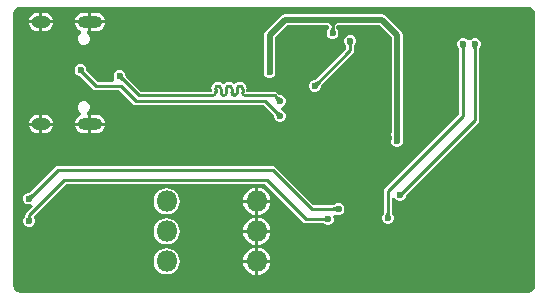
<source format=gbl>
G04*
G04 #@! TF.GenerationSoftware,Altium Limited,Altium Designer,22.6.1 (34)*
G04*
G04 Layer_Physical_Order=2*
G04 Layer_Color=15238730*
%FSLAX44Y44*%
%MOMM*%
G71*
G04*
G04 #@! TF.SameCoordinates,64BB26C1-36A9-42FA-8A83-9A0FAFC5C5BC*
G04*
G04*
G04 #@! TF.FilePolarity,Positive*
G04*
G01*
G75*
%ADD11C,0.2540*%
%ADD42C,0.5080*%
%ADD43O,1.8000X1.8000*%
%ADD44O,2.1000X1.0000*%
%ADD45O,1.6000X1.0000*%
%ADD46C,0.6000*%
G36*
X442366Y245711D02*
X444371Y244371D01*
X445711Y242366D01*
X446149Y240167D01*
X446115Y240000D01*
Y12032D01*
X446115Y12025D01*
X446115Y10000D01*
X445803Y8097D01*
X445711Y7634D01*
X444371Y5629D01*
X442365Y4289D01*
X440167Y3851D01*
X440000Y3885D01*
X12032Y3885D01*
X11987Y3885D01*
X10000Y3885D01*
X8097Y4197D01*
X7634Y4289D01*
X5629Y5629D01*
X4289Y7634D01*
X3851Y9833D01*
X3885Y10000D01*
Y240000D01*
X3851Y240167D01*
X4289Y242366D01*
X5629Y244371D01*
X7634Y245711D01*
X9833Y246149D01*
X10000Y246115D01*
X440000D01*
X440167Y246149D01*
X442366Y245711D01*
D02*
G37*
%LPC*%
G36*
X30360Y240805D02*
X28630D01*
Y234470D01*
X37798D01*
X37706Y235168D01*
X36946Y237003D01*
X35738Y238578D01*
X34162Y239786D01*
X32328Y240546D01*
X30360Y240805D01*
D02*
G37*
G36*
X74360Y240805D02*
X70130D01*
Y234470D01*
X81798D01*
X81706Y235168D01*
X80946Y237003D01*
X79738Y238578D01*
X78163Y239786D01*
X76329Y240546D01*
X74360Y240805D01*
D02*
G37*
G36*
X26090Y240805D02*
X24360D01*
X22392Y240546D01*
X20557Y239786D01*
X18982Y238578D01*
X17774Y237003D01*
X17014Y235168D01*
X16922Y234470D01*
X26090D01*
Y240805D01*
D02*
G37*
G36*
X67590Y240805D02*
X63360D01*
X61392Y240546D01*
X59558Y239786D01*
X57983Y238578D01*
X56774Y237003D01*
X56014Y235168D01*
X55922Y234470D01*
X67590D01*
Y240805D01*
D02*
G37*
G36*
X37798Y231930D02*
X28630D01*
Y225595D01*
X30360D01*
X32328Y225854D01*
X34162Y226614D01*
X35738Y227822D01*
X36946Y229398D01*
X37706Y231232D01*
X37798Y231930D01*
D02*
G37*
G36*
X26090D02*
X16922D01*
X17014Y231232D01*
X17774Y229398D01*
X18982Y227822D01*
X20557Y226614D01*
X22392Y225854D01*
X24360Y225595D01*
X26090D01*
Y231930D01*
D02*
G37*
G36*
X81798D02*
X70130D01*
Y225595D01*
X74360D01*
X76329Y225854D01*
X78163Y226614D01*
X79738Y227822D01*
X80946Y229398D01*
X81706Y231232D01*
X81798Y231930D01*
D02*
G37*
G36*
X395971Y219662D02*
X393969D01*
X392120Y218896D01*
X391221Y217997D01*
X389970Y217672D01*
X388719Y217997D01*
X387820Y218896D01*
X385971Y219662D01*
X383969D01*
X382120Y218896D01*
X380704Y217480D01*
X379938Y215631D01*
Y213629D01*
X380704Y211780D01*
X381264Y211219D01*
X381350Y211079D01*
X381440Y210982D01*
X381461Y210955D01*
X381484Y210918D01*
X381509Y210869D01*
X381535Y210802D01*
X381562Y210713D01*
X381587Y210601D01*
X381603Y210497D01*
Y155225D01*
X318929Y92551D01*
X318200Y91458D01*
X317943Y90170D01*
Y71444D01*
X317928Y71339D01*
X317903Y71227D01*
X317875Y71138D01*
X317849Y71071D01*
X317824Y71022D01*
X317801Y70985D01*
X317780Y70958D01*
X317690Y70861D01*
X317604Y70721D01*
X317044Y70160D01*
X316278Y68311D01*
Y66309D01*
X317044Y64460D01*
X318460Y63044D01*
X320309Y62278D01*
X322311D01*
X324160Y63044D01*
X325576Y64460D01*
X326342Y66309D01*
Y68311D01*
X325576Y70160D01*
X325016Y70721D01*
X324930Y70861D01*
X324840Y70958D01*
X324819Y70985D01*
X324796Y71022D01*
X324771Y71071D01*
X324744Y71138D01*
X324717Y71227D01*
X324692Y71339D01*
X324677Y71444D01*
Y84301D01*
X326709Y84706D01*
X327204Y83510D01*
X328620Y82094D01*
X330469Y81328D01*
X332471D01*
X334320Y82094D01*
X335736Y83510D01*
X336502Y85359D01*
Y86151D01*
X336540Y86311D01*
X336545Y86443D01*
X336550Y86478D01*
X336559Y86519D01*
X336577Y86572D01*
X336606Y86638D01*
X336649Y86720D01*
X336711Y86817D01*
X336773Y86902D01*
X397351Y147479D01*
X398080Y148572D01*
X398337Y149860D01*
Y210497D01*
X398352Y210601D01*
X398377Y210713D01*
X398405Y210802D01*
X398431Y210869D01*
X398456Y210918D01*
X398479Y210955D01*
X398500Y210982D01*
X398590Y211080D01*
X398676Y211219D01*
X399236Y211780D01*
X400002Y213629D01*
Y215631D01*
X399236Y217480D01*
X397820Y218896D01*
X395971Y219662D01*
D02*
G37*
G36*
X67590Y231930D02*
X55922D01*
X56014Y231232D01*
X56774Y229398D01*
X57983Y227822D01*
X59558Y226614D01*
X61392Y225854D01*
X61509Y225839D01*
X61784Y223753D01*
X60870Y223375D01*
X59385Y221890D01*
X58582Y219950D01*
Y217850D01*
X59385Y215910D01*
X60870Y214426D01*
X62810Y213622D01*
X64910D01*
X66850Y214426D01*
X68334Y215910D01*
X69138Y217850D01*
Y219950D01*
X68334Y221890D01*
X66850Y223375D01*
X66395Y223563D01*
X66799Y225595D01*
X67590D01*
Y231930D01*
D02*
G37*
G36*
X290403Y222202D02*
X288401D01*
X286552Y221436D01*
X285136Y220020D01*
X284370Y218171D01*
Y216169D01*
X285136Y214320D01*
X285696Y213759D01*
X285782Y213619D01*
X285872Y213522D01*
X285893Y213495D01*
X285916Y213458D01*
X285941Y213409D01*
X285968Y213342D01*
X285994Y213253D01*
X286019Y213141D01*
X286035Y213036D01*
Y210629D01*
X259780Y184373D01*
X259695Y184311D01*
X259598Y184249D01*
X259517Y184206D01*
X259450Y184177D01*
X259397Y184160D01*
X259356Y184150D01*
X259321Y184145D01*
X259189Y184140D01*
X259029Y184102D01*
X258237D01*
X256388Y183336D01*
X254972Y181920D01*
X254206Y180071D01*
Y178069D01*
X254972Y176220D01*
X256388Y174804D01*
X258237Y174038D01*
X260239D01*
X262088Y174804D01*
X263504Y176220D01*
X264270Y178069D01*
Y178861D01*
X264308Y179021D01*
X264313Y179153D01*
X264318Y179188D01*
X264328Y179230D01*
X264345Y179282D01*
X264374Y179349D01*
X264417Y179430D01*
X264479Y179527D01*
X264541Y179612D01*
X291783Y206853D01*
X292512Y207946D01*
X292769Y209234D01*
Y213036D01*
X292785Y213141D01*
X292810Y213253D01*
X292836Y213342D01*
X292863Y213409D01*
X292888Y213458D01*
X292911Y213495D01*
X292932Y213522D01*
X293022Y213619D01*
X293108Y213759D01*
X293668Y214320D01*
X294434Y216169D01*
Y218171D01*
X293668Y220020D01*
X292252Y221436D01*
X290403Y222202D01*
D02*
G37*
G36*
X61961Y197437D02*
X59959D01*
X58110Y196671D01*
X56694Y195255D01*
X55928Y193406D01*
Y191404D01*
X56694Y189555D01*
X58110Y188139D01*
X59959Y187373D01*
X60296D01*
X60308Y187371D01*
X60372Y187353D01*
X60447Y187327D01*
X60533Y187289D01*
X60631Y187238D01*
X60742Y187170D01*
X60841Y187101D01*
X60993Y186975D01*
X71279Y176689D01*
X72372Y175960D01*
X73660Y175703D01*
X93855D01*
X105569Y163989D01*
X106662Y163260D01*
X107950Y163003D01*
X215776D01*
X224566Y154212D01*
X224629Y154127D01*
X224691Y154030D01*
X224734Y153949D01*
X224763Y153882D01*
X224781Y153829D01*
X224790Y153788D01*
X224795Y153753D01*
X224800Y153621D01*
X224838Y153461D01*
Y152669D01*
X225604Y150820D01*
X227020Y149404D01*
X228869Y148638D01*
X230871D01*
X232720Y149404D01*
X234136Y150820D01*
X234902Y152669D01*
Y154671D01*
X234136Y156520D01*
X232720Y157936D01*
X230871Y158702D01*
X230402Y159306D01*
X230580Y160077D01*
X231269Y161503D01*
X232720Y162104D01*
X234136Y163520D01*
X234902Y165369D01*
Y167371D01*
X234136Y169220D01*
X232720Y170636D01*
X230871Y171402D01*
X230079D01*
X229919Y171440D01*
X229787Y171445D01*
X229752Y171450D01*
X229711Y171460D01*
X229658Y171477D01*
X229592Y171506D01*
X229510Y171549D01*
X229413Y171611D01*
X229328Y171674D01*
X227679Y173323D01*
X226586Y174052D01*
X225298Y174309D01*
X201487D01*
Y176692D01*
X201532D01*
X201098Y178872D01*
X199863Y180720D01*
X198015Y181955D01*
X195834Y182389D01*
X193654Y181955D01*
X192744Y181347D01*
X191262Y180889D01*
X189781Y181347D01*
X188871Y181955D01*
X186690Y182389D01*
X184510Y181955D01*
X182661Y180720D01*
X181575D01*
X179727Y181955D01*
X177546Y182389D01*
X175366Y181955D01*
X173517Y180720D01*
X172282Y178872D01*
X171849Y176692D01*
X171893D01*
Y174309D01*
X111757D01*
X99284Y186783D01*
X99221Y186868D01*
X99159Y186965D01*
X99116Y187046D01*
X99087Y187113D01*
X99069Y187166D01*
X99060Y187207D01*
X99055Y187242D01*
X99050Y187374D01*
X99012Y187534D01*
Y188326D01*
X98246Y190175D01*
X96830Y191591D01*
X94981Y192357D01*
X92979D01*
X91130Y191591D01*
X89714Y190175D01*
X88948Y188326D01*
Y186324D01*
X89714Y184475D01*
X89720Y184469D01*
X88878Y182437D01*
X75054D01*
X66092Y191399D01*
X66043Y191468D01*
X66002Y191538D01*
X65992Y191560D01*
Y193406D01*
X65226Y195255D01*
X63810Y196671D01*
X61961Y197437D01*
D02*
G37*
G36*
X74360Y154405D02*
X70130D01*
Y148070D01*
X81798D01*
X81706Y148768D01*
X80946Y150603D01*
X79738Y152178D01*
X78163Y153386D01*
X76329Y154146D01*
X74360Y154405D01*
D02*
G37*
G36*
X64910Y166378D02*
X62810D01*
X60870Y165574D01*
X59385Y164090D01*
X58582Y162150D01*
Y160050D01*
X59385Y158110D01*
X60870Y156625D01*
X61784Y156247D01*
X61509Y154161D01*
X61392Y154146D01*
X59558Y153386D01*
X57983Y152178D01*
X56774Y150603D01*
X56014Y148768D01*
X55922Y148070D01*
X67590D01*
Y154405D01*
X66799D01*
X66395Y156437D01*
X66850Y156625D01*
X68334Y158110D01*
X69138Y160050D01*
Y162150D01*
X68334Y164090D01*
X66850Y165574D01*
X64910Y166378D01*
D02*
G37*
G36*
X30360Y154405D02*
X28630D01*
Y148070D01*
X37798D01*
X37706Y148768D01*
X36946Y150603D01*
X35738Y152177D01*
X34162Y153386D01*
X32328Y154146D01*
X30360Y154405D01*
D02*
G37*
G36*
X26090D02*
X24360D01*
X22392Y154146D01*
X20557Y153386D01*
X18982Y152177D01*
X17774Y150603D01*
X17014Y148768D01*
X16922Y148070D01*
X26090D01*
Y154405D01*
D02*
G37*
G36*
X81798Y145530D02*
X70130D01*
Y139195D01*
X74360D01*
X76329Y139454D01*
X78163Y140214D01*
X79738Y141422D01*
X80946Y142998D01*
X81706Y144832D01*
X81798Y145530D01*
D02*
G37*
G36*
X67590D02*
X55922D01*
X56014Y144832D01*
X56774Y142998D01*
X57983Y141422D01*
X59558Y140214D01*
X61392Y139454D01*
X63360Y139195D01*
X67590D01*
Y145530D01*
D02*
G37*
G36*
X37798Y145530D02*
X28630D01*
Y139195D01*
X30360D01*
X32328Y139454D01*
X34162Y140214D01*
X35738Y141422D01*
X36946Y142997D01*
X37706Y144832D01*
X37798Y145530D01*
D02*
G37*
G36*
X26090D02*
X16922D01*
X17014Y144832D01*
X17774Y142997D01*
X18982Y141422D01*
X20557Y140214D01*
X22392Y139454D01*
X24360Y139195D01*
X26090D01*
Y145530D01*
D02*
G37*
G36*
X316230Y239612D02*
X233680D01*
X231896Y239257D01*
X230384Y238246D01*
X217684Y225546D01*
X216673Y224034D01*
X216318Y222250D01*
Y198745D01*
X215948Y197851D01*
Y195849D01*
X216318Y194955D01*
Y192395D01*
X215948Y191501D01*
Y189499D01*
X216714Y187650D01*
X218130Y186234D01*
X219979Y185468D01*
X221981D01*
X223830Y186234D01*
X225246Y187650D01*
X226012Y189499D01*
Y191501D01*
X225642Y192395D01*
Y194955D01*
X226012Y195849D01*
Y197851D01*
X225642Y198745D01*
Y220319D01*
X235611Y230288D01*
X270337D01*
X270953Y229672D01*
Y227654D01*
X270938Y227549D01*
X270912Y227437D01*
X270886Y227348D01*
X270859Y227281D01*
X270834Y227232D01*
X270811Y227195D01*
X270790Y227168D01*
X270700Y227071D01*
X270614Y226931D01*
X270054Y226370D01*
X269288Y224521D01*
Y222519D01*
X270054Y220670D01*
X271470Y219254D01*
X273319Y218488D01*
X275321D01*
X277170Y219254D01*
X278586Y220670D01*
X279352Y222519D01*
Y224521D01*
X278586Y226370D01*
X278026Y226931D01*
X277940Y227071D01*
X277850Y227168D01*
X277829Y227195D01*
X277806Y227232D01*
X277781Y227281D01*
X277754Y227348D01*
X277728Y227437D01*
X277703Y227549D01*
X277687Y227654D01*
Y229672D01*
X278303Y230288D01*
X314299D01*
X324268Y220319D01*
Y140325D01*
X323898Y139431D01*
Y137429D01*
X324268Y136535D01*
Y133975D01*
X323898Y133081D01*
Y131079D01*
X324664Y129230D01*
X326080Y127814D01*
X327929Y127048D01*
X329931D01*
X331780Y127814D01*
X333196Y129230D01*
X333962Y131079D01*
Y133081D01*
X333592Y133975D01*
Y136535D01*
X333962Y137429D01*
Y139431D01*
X333592Y140325D01*
Y222250D01*
X333237Y224034D01*
X332226Y225546D01*
X319526Y238246D01*
X318014Y239257D01*
X317718Y239316D01*
X316230Y239612D01*
D02*
G37*
G36*
X211370Y92872D02*
Y82670D01*
X221572D01*
X221343Y84412D01*
X220180Y87220D01*
X218330Y89630D01*
X215920Y91480D01*
X213113Y92643D01*
X211370Y92872D01*
D02*
G37*
G36*
X208830D02*
X207087Y92643D01*
X204280Y91480D01*
X201870Y89630D01*
X200020Y87220D01*
X198857Y84412D01*
X198628Y82670D01*
X208830D01*
Y92872D01*
D02*
G37*
G36*
X133900Y92527D02*
X131020Y92148D01*
X128336Y91036D01*
X126032Y89268D01*
X124264Y86964D01*
X123152Y84280D01*
X122773Y81400D01*
X123152Y78520D01*
X124264Y75836D01*
X126032Y73532D01*
X128336Y71764D01*
X131020Y70652D01*
X133900Y70273D01*
X136780Y70652D01*
X139464Y71764D01*
X141768Y73532D01*
X143536Y75836D01*
X144648Y78520D01*
X145027Y81400D01*
X144648Y84280D01*
X143536Y86964D01*
X141768Y89268D01*
X139464Y91036D01*
X136780Y92148D01*
X133900Y92527D01*
D02*
G37*
G36*
X221572Y80130D02*
X211370D01*
Y69928D01*
X213113Y70157D01*
X215920Y71320D01*
X218330Y73170D01*
X220180Y75580D01*
X221343Y78387D01*
X221572Y80130D01*
D02*
G37*
G36*
X208830D02*
X198628D01*
X198857Y78387D01*
X200020Y75580D01*
X201870Y73170D01*
X204280Y71320D01*
X207087Y70157D01*
X208830Y69928D01*
Y80130D01*
D02*
G37*
G36*
X223520Y111317D02*
X41910D01*
X40622Y111060D01*
X39529Y110331D01*
X18192Y88994D01*
X18107Y88931D01*
X18010Y88869D01*
X17929Y88826D01*
X17862Y88797D01*
X17809Y88779D01*
X17768Y88770D01*
X17733Y88765D01*
X17601Y88760D01*
X17441Y88722D01*
X16649D01*
X14800Y87956D01*
X13384Y86540D01*
X12618Y84691D01*
Y82689D01*
X13384Y80840D01*
X14800Y79424D01*
X16649Y78658D01*
X18651D01*
X19167Y78872D01*
X20318Y77149D01*
X15269Y72101D01*
X14540Y71008D01*
X14283Y69720D01*
Y68773D01*
X14268Y68669D01*
X14243Y68557D01*
X14216Y68468D01*
X14189Y68401D01*
X14164Y68352D01*
X14141Y68315D01*
X14120Y68288D01*
X14030Y68190D01*
X13944Y68051D01*
X13384Y67490D01*
X12618Y65641D01*
Y63639D01*
X13384Y61790D01*
X14800Y60374D01*
X16649Y59608D01*
X18651D01*
X20500Y60374D01*
X21916Y61790D01*
X22682Y63639D01*
Y65641D01*
X21916Y67490D01*
X21356Y68051D01*
X21270Y68191D01*
X21180Y68288D01*
X21159Y68315D01*
X21136Y68352D01*
X21111Y68401D01*
X21106Y68415D01*
X48384Y95693D01*
X217045D01*
X249079Y63659D01*
X250172Y62930D01*
X251460Y62673D01*
X266376D01*
X266481Y62658D01*
X266593Y62632D01*
X266682Y62606D01*
X266749Y62579D01*
X266798Y62554D01*
X266835Y62531D01*
X266862Y62510D01*
X266959Y62420D01*
X267099Y62334D01*
X267660Y61774D01*
X269509Y61008D01*
X271511D01*
X273360Y61774D01*
X274776Y63190D01*
X275542Y65039D01*
Y67041D01*
X275050Y68229D01*
X275701Y70132D01*
X276003Y70537D01*
X276370Y70622D01*
X276766Y70574D01*
X278399Y69898D01*
X280401D01*
X282250Y70664D01*
X283666Y72080D01*
X284432Y73929D01*
Y75931D01*
X283666Y77780D01*
X282250Y79196D01*
X280401Y79962D01*
X278399D01*
X276550Y79196D01*
X275989Y78636D01*
X275849Y78550D01*
X275752Y78460D01*
X275725Y78439D01*
X275688Y78416D01*
X275639Y78391D01*
X275572Y78365D01*
X275483Y78337D01*
X275371Y78313D01*
X275266Y78297D01*
X257934D01*
X225901Y110331D01*
X224808Y111060D01*
X223520Y111317D01*
D02*
G37*
G36*
X211370Y67472D02*
Y57270D01*
X221572D01*
X221343Y59012D01*
X220180Y61820D01*
X218330Y64230D01*
X215920Y66080D01*
X213113Y67243D01*
X211370Y67472D01*
D02*
G37*
G36*
X208830D02*
X207087Y67243D01*
X204280Y66080D01*
X201870Y64230D01*
X200020Y61820D01*
X198857Y59012D01*
X198628Y57270D01*
X208830D01*
Y67472D01*
D02*
G37*
G36*
X133900Y67127D02*
X131020Y66748D01*
X128336Y65636D01*
X126032Y63868D01*
X124264Y61564D01*
X123152Y58880D01*
X122773Y56000D01*
X123152Y53120D01*
X124264Y50436D01*
X126032Y48132D01*
X128336Y46364D01*
X131020Y45252D01*
X133900Y44873D01*
X136780Y45252D01*
X139464Y46364D01*
X141768Y48132D01*
X143536Y50436D01*
X144648Y53120D01*
X145027Y56000D01*
X144648Y58880D01*
X143536Y61564D01*
X141768Y63868D01*
X139464Y65636D01*
X136780Y66748D01*
X133900Y67127D01*
D02*
G37*
G36*
X221572Y54730D02*
X211370D01*
Y44528D01*
X213113Y44757D01*
X215920Y45920D01*
X218330Y47770D01*
X220180Y50180D01*
X221343Y52987D01*
X221572Y54730D01*
D02*
G37*
G36*
X208830D02*
X198628D01*
X198857Y52987D01*
X200020Y50180D01*
X201870Y47770D01*
X204280Y45920D01*
X207087Y44757D01*
X208830Y44528D01*
Y54730D01*
D02*
G37*
G36*
X211370Y42072D02*
Y31870D01*
X221572D01*
X221343Y33612D01*
X220180Y36420D01*
X218330Y38830D01*
X215920Y40680D01*
X213113Y41843D01*
X211370Y42072D01*
D02*
G37*
G36*
X208830D02*
X207087Y41843D01*
X204280Y40680D01*
X201870Y38830D01*
X200020Y36420D01*
X198857Y33612D01*
X198628Y31870D01*
X208830D01*
Y42072D01*
D02*
G37*
G36*
X133900Y41727D02*
X131020Y41348D01*
X128336Y40236D01*
X126032Y38468D01*
X124264Y36164D01*
X123152Y33480D01*
X122773Y30600D01*
X123152Y27720D01*
X124264Y25036D01*
X126032Y22732D01*
X128336Y20964D01*
X131020Y19852D01*
X133900Y19473D01*
X136780Y19852D01*
X139464Y20964D01*
X141768Y22732D01*
X143536Y25036D01*
X144648Y27720D01*
X145027Y30600D01*
X144648Y33480D01*
X143536Y36164D01*
X141768Y38468D01*
X139464Y40236D01*
X136780Y41348D01*
X133900Y41727D01*
D02*
G37*
G36*
X221572Y29330D02*
X211370D01*
Y19128D01*
X213113Y19357D01*
X215920Y20520D01*
X218330Y22370D01*
X220180Y24780D01*
X221343Y27587D01*
X221572Y29330D01*
D02*
G37*
G36*
X208830D02*
X198628D01*
X198857Y27587D01*
X200020Y24780D01*
X201870Y22370D01*
X204280Y20520D01*
X207087Y19357D01*
X208830Y19128D01*
Y29330D01*
D02*
G37*
%LPD*%
G36*
X396912Y212317D02*
X396771Y212132D01*
X396647Y211932D01*
X396539Y211717D01*
X396447Y211487D01*
X396373Y211242D01*
X396315Y210982D01*
X396273Y210707D01*
X396248Y210417D01*
X396240Y210112D01*
X393700D01*
X393692Y210417D01*
X393667Y210707D01*
X393625Y210982D01*
X393567Y211242D01*
X393493Y211487D01*
X393401Y211717D01*
X393293Y211932D01*
X393169Y212132D01*
X393028Y212317D01*
X392870Y212488D01*
X397070D01*
X396912Y212317D01*
D02*
G37*
G36*
X386912D02*
X386771Y212132D01*
X386647Y211932D01*
X386539Y211717D01*
X386447Y211487D01*
X386373Y211242D01*
X386315Y210982D01*
X386273Y210707D01*
X386248Y210417D01*
X386240Y210112D01*
X383700D01*
X383692Y210417D01*
X383667Y210707D01*
X383625Y210982D01*
X383567Y211242D01*
X383493Y211487D01*
X383401Y211717D01*
X383293Y211932D01*
X383169Y212132D01*
X383028Y212317D01*
X382870Y212488D01*
X387070D01*
X386912Y212317D01*
D02*
G37*
G36*
X335563Y88657D02*
X335353Y88435D01*
X335165Y88212D01*
X335000Y87989D01*
X334858Y87764D01*
X334737Y87538D01*
X334639Y87310D01*
X334563Y87082D01*
X334510Y86853D01*
X334479Y86622D01*
X334470Y86390D01*
X331500Y89360D01*
X331732Y89369D01*
X331963Y89400D01*
X332192Y89453D01*
X332421Y89529D01*
X332648Y89627D01*
X332874Y89748D01*
X333099Y89890D01*
X333322Y90056D01*
X333545Y90243D01*
X333767Y90453D01*
X335563Y88657D01*
D02*
G37*
G36*
X322588Y71523D02*
X322613Y71233D01*
X322655Y70958D01*
X322713Y70698D01*
X322788Y70453D01*
X322879Y70223D01*
X322987Y70008D01*
X323111Y69808D01*
X323252Y69623D01*
X323410Y69452D01*
X319210D01*
X319368Y69623D01*
X319509Y69808D01*
X319633Y70008D01*
X319741Y70223D01*
X319832Y70453D01*
X319907Y70698D01*
X319965Y70958D01*
X320007Y71233D01*
X320032Y71523D01*
X320040Y71828D01*
X322580D01*
X322588Y71523D01*
D02*
G37*
G36*
X291344Y214857D02*
X291203Y214672D01*
X291079Y214472D01*
X290971Y214257D01*
X290879Y214027D01*
X290805Y213782D01*
X290747Y213522D01*
X290705Y213247D01*
X290680Y212957D01*
X290672Y212652D01*
X288132D01*
X288124Y212957D01*
X288099Y213247D01*
X288057Y213522D01*
X287999Y213782D01*
X287924Y214027D01*
X287833Y214257D01*
X287725Y214472D01*
X287601Y214672D01*
X287460Y214857D01*
X287302Y215028D01*
X291502D01*
X291344Y214857D01*
D02*
G37*
G36*
X263331Y181367D02*
X263121Y181145D01*
X262934Y180923D01*
X262768Y180699D01*
X262626Y180474D01*
X262505Y180248D01*
X262407Y180021D01*
X262331Y179792D01*
X262278Y179563D01*
X262247Y179332D01*
X262238Y179100D01*
X259268Y182070D01*
X259500Y182079D01*
X259730Y182110D01*
X259960Y182163D01*
X260189Y182239D01*
X260416Y182337D01*
X260642Y182458D01*
X260867Y182600D01*
X261091Y182766D01*
X261313Y182953D01*
X261535Y183163D01*
X263331Y181367D01*
D02*
G37*
G36*
X63898Y191699D02*
X63900Y191472D01*
X63928Y191246D01*
X63982Y191019D01*
X64063Y190794D01*
X64169Y190569D01*
X64301Y190344D01*
X64459Y190120D01*
X64644Y189896D01*
X64854Y189672D01*
X62756Y188178D01*
X62536Y188389D01*
X62095Y188753D01*
X61874Y188906D01*
X61653Y189042D01*
X61431Y189158D01*
X61209Y189255D01*
X60986Y189334D01*
X60764Y189394D01*
X60541Y189434D01*
X63922Y191926D01*
X63898Y191699D01*
D02*
G37*
G36*
X96989Y187063D02*
X97020Y186832D01*
X97073Y186603D01*
X97149Y186374D01*
X97247Y186147D01*
X97368Y185921D01*
X97510Y185696D01*
X97676Y185473D01*
X97863Y185250D01*
X98073Y185028D01*
X96277Y183232D01*
X96055Y183442D01*
X95833Y183629D01*
X95609Y183795D01*
X95384Y183937D01*
X95158Y184058D01*
X94930Y184156D01*
X94702Y184232D01*
X94473Y184285D01*
X94242Y184316D01*
X94010Y184325D01*
X96980Y187295D01*
X96989Y187063D01*
D02*
G37*
G36*
X227795Y170253D02*
X228018Y170065D01*
X228241Y169900D01*
X228466Y169758D01*
X228692Y169637D01*
X228920Y169539D01*
X229148Y169463D01*
X229377Y169410D01*
X229608Y169379D01*
X229840Y169370D01*
X226870Y166400D01*
X226861Y166632D01*
X226830Y166863D01*
X226777Y167092D01*
X226701Y167320D01*
X226603Y167548D01*
X226482Y167774D01*
X226340Y167999D01*
X226175Y168223D01*
X225987Y168445D01*
X225777Y168667D01*
X227573Y170463D01*
X227795Y170253D01*
D02*
G37*
G36*
Y157553D02*
X228018Y157366D01*
X228241Y157200D01*
X228466Y157058D01*
X228692Y156937D01*
X228920Y156839D01*
X229148Y156763D01*
X229377Y156710D01*
X229608Y156679D01*
X229840Y156670D01*
X226870Y153700D01*
X226861Y153932D01*
X226830Y154163D01*
X226777Y154392D01*
X226701Y154621D01*
X226603Y154848D01*
X226482Y155074D01*
X226340Y155299D01*
X226175Y155522D01*
X225987Y155745D01*
X225777Y155967D01*
X227573Y157763D01*
X227795Y157553D01*
D02*
G37*
G36*
X274320Y229235D02*
X269240Y234315D01*
X279400D01*
X274320Y229235D01*
D02*
G37*
G36*
X275598Y227733D02*
X275623Y227443D01*
X275665Y227168D01*
X275723Y226908D01*
X275798Y226663D01*
X275889Y226433D01*
X275997Y226218D01*
X276121Y226018D01*
X276262Y225833D01*
X276420Y225662D01*
X272220D01*
X272378Y225833D01*
X272519Y226018D01*
X272643Y226218D01*
X272751Y226433D01*
X272843Y226663D01*
X272917Y226908D01*
X272975Y227168D01*
X273017Y227443D01*
X273042Y227733D01*
X273050Y228038D01*
X275590D01*
X275598Y227733D01*
D02*
G37*
G36*
X21743Y85987D02*
X21533Y85765D01*
X21346Y85542D01*
X21181Y85319D01*
X21038Y85094D01*
X20917Y84868D01*
X20819Y84641D01*
X20743Y84412D01*
X20690Y84183D01*
X20659Y83952D01*
X20650Y83720D01*
X17680Y86690D01*
X17912Y86699D01*
X18143Y86730D01*
X18372Y86783D01*
X18600Y86859D01*
X18828Y86957D01*
X19054Y87078D01*
X19279Y87220D01*
X19503Y87386D01*
X19725Y87573D01*
X19947Y87783D01*
X21743Y85987D01*
D02*
G37*
G36*
X277258Y72830D02*
X277087Y72988D01*
X276902Y73129D01*
X276702Y73253D01*
X276487Y73361D01*
X276257Y73453D01*
X276012Y73527D01*
X275752Y73585D01*
X275477Y73627D01*
X275187Y73652D01*
X274882Y73660D01*
Y76200D01*
X275187Y76208D01*
X275477Y76233D01*
X275752Y76275D01*
X276012Y76333D01*
X276257Y76407D01*
X276487Y76499D01*
X276702Y76607D01*
X276902Y76731D01*
X277087Y76872D01*
X277258Y77030D01*
Y72830D01*
D02*
G37*
G36*
X18928Y68853D02*
X18953Y68563D01*
X18995Y68288D01*
X19053Y68028D01*
X19128Y67783D01*
X19219Y67553D01*
X19327Y67338D01*
X19451Y67138D01*
X19592Y66953D01*
X19750Y66782D01*
X15550D01*
X15708Y66953D01*
X15849Y67138D01*
X15973Y67338D01*
X16081Y67553D01*
X16172Y67783D01*
X16247Y68028D01*
X16305Y68288D01*
X16347Y68563D01*
X16372Y68853D01*
X16380Y69158D01*
X18920D01*
X18928Y68853D01*
D02*
G37*
G36*
X268368Y63940D02*
X268197Y64098D01*
X268012Y64239D01*
X267812Y64363D01*
X267597Y64471D01*
X267367Y64563D01*
X267122Y64637D01*
X266862Y64695D01*
X266587Y64737D01*
X266297Y64762D01*
X265992Y64770D01*
Y67310D01*
X266297Y67318D01*
X266587Y67343D01*
X266862Y67385D01*
X267122Y67443D01*
X267367Y67517D01*
X267597Y67609D01*
X267812Y67717D01*
X268012Y67841D01*
X268197Y67982D01*
X268368Y68140D01*
Y63940D01*
D02*
G37*
D11*
X198120Y173482D02*
G03*
X200660Y170942I2540J0D01*
G01*
X198120Y176692D02*
G03*
X193548Y176692I-2286J0D01*
G01*
X188976Y173228D02*
G03*
X193548Y173228I2286J0D01*
G01*
X188976Y176692D02*
G03*
X184404Y176692I-2286J0D01*
G01*
X179832Y173228D02*
G03*
X184404Y173228I2286J0D01*
G01*
X179832Y176692D02*
G03*
X175260Y176692I-2286J0D01*
G01*
X172720Y170942D02*
G03*
X175260Y173482I0J2540D01*
G01*
X110363Y170942D02*
X171450D01*
X200660D02*
X206988D01*
X198120Y173482D02*
Y176692D01*
X193548Y173228D02*
Y176692D01*
X188976Y173228D02*
Y176692D01*
X184404Y173228D02*
Y176692D01*
X179832Y173228D02*
Y176692D01*
X175260Y173482D02*
Y176692D01*
X171450Y170942D02*
X172720D01*
X206988D02*
X225298D01*
X229870Y166370D01*
X93980Y187325D02*
X110363Y170942D01*
X217170Y166370D02*
X229870Y153670D01*
X107950Y166370D02*
X217170D01*
X95250Y179070D02*
X107950Y166370D01*
X73660Y179070D02*
X95250D01*
X60960Y191770D02*
Y192405D01*
Y191770D02*
X73660Y179070D01*
X384970Y153830D02*
Y214630D01*
X321310Y90170D02*
X384970Y153830D01*
X321310Y67310D02*
Y90170D01*
X331470Y86360D02*
X394970Y149860D01*
Y214630D01*
X274320Y223520D02*
Y234315D01*
X274955Y234950D01*
X218440Y99060D02*
X251460Y66040D01*
X46990Y99060D02*
X218440D01*
X251460Y66040D02*
X270510D01*
X41910Y107950D02*
X223520D01*
X256540Y74930D02*
X279400D01*
X223520Y107950D02*
X256540Y74930D01*
X17650Y69720D02*
X46990Y99060D01*
X17650Y64640D02*
Y69720D01*
X289402Y209234D02*
Y217170D01*
X259238Y179070D02*
X289402Y209234D01*
X17650Y83690D02*
X41910Y107950D01*
D42*
X274955Y234950D02*
X316230D01*
X233680D02*
X274955D01*
X316230D02*
X328930Y222250D01*
X220980D02*
X233680Y234950D01*
X220980Y196850D02*
Y222250D01*
X328930Y138430D02*
Y222250D01*
X220980Y190500D02*
Y196850D01*
X328930Y132080D02*
Y138430D01*
D43*
X210100Y30600D02*
D03*
Y56000D02*
D03*
Y81400D02*
D03*
X133900Y56000D02*
D03*
Y81400D02*
D03*
Y30600D02*
D03*
D44*
X68860Y146800D02*
D03*
X68860Y233200D02*
D03*
D45*
X27360Y233200D02*
D03*
Y146800D02*
D03*
D46*
X181610Y185420D02*
D03*
X147320Y201930D02*
D03*
X102870Y187960D02*
D03*
X92710Y203200D02*
D03*
X93980Y187325D02*
D03*
X229870Y166370D02*
D03*
Y153670D02*
D03*
X60960Y192405D02*
D03*
X341630Y78740D02*
D03*
X321310Y40640D02*
D03*
X405130Y54610D02*
D03*
Y38100D02*
D03*
X405000Y61090D02*
D03*
X359410Y10160D02*
D03*
X52070Y180340D02*
D03*
X331470Y86360D02*
D03*
X359280Y16640D02*
D03*
X321310Y67310D02*
D03*
X17650Y45590D02*
D03*
X269240Y16510D02*
D03*
X262890D02*
D03*
X344170Y177800D02*
D03*
X274320Y223520D02*
D03*
X17650Y83690D02*
D03*
Y64640D02*
D03*
X401320Y134620D02*
D03*
Y128270D02*
D03*
Y140970D02*
D03*
X210820Y236220D02*
D03*
X203200D02*
D03*
X207010Y241300D02*
D03*
X148590Y135890D02*
D03*
X377320Y158880D02*
D03*
X220980Y196850D02*
D03*
Y190500D02*
D03*
X328930Y132080D02*
D03*
Y138430D02*
D03*
X394970Y214630D02*
D03*
X384970D02*
D03*
X289402Y217170D02*
D03*
X259238Y179070D02*
D03*
X279400Y74930D02*
D03*
X270510Y66040D02*
D03*
M02*

</source>
